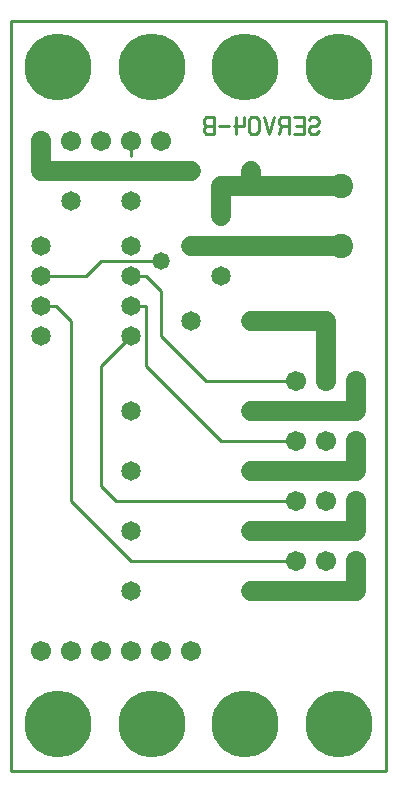
<source format=gbl>
%MOIN*%
%FSLAX25Y25*%
G04 D10 used for Character Trace; *
G04     Circle (OD=.01000) (No hole)*
G04 D11 used for Power Trace; *
G04     Circle (OD=.06700) (No hole)*
G04 D12 used for Signal Trace; *
G04     Circle (OD=.01100) (No hole)*
G04 D13 used for Via; *
G04     Circle (OD=.05800) (Round. Hole ID=.02800)*
G04 D14 used for Component hole; *
G04     Circle (OD=.06500) (Round. Hole ID=.03500)*
G04 D15 used for Component hole; *
G04     Circle (OD=.06700) (Round. Hole ID=.04300)*
G04 D16 used for Component hole; *
G04     Circle (OD=.08100) (Round. Hole ID=.05100)*
G04 D17 used for Component hole; *
G04     Circle (OD=.08900) (Round. Hole ID=.05900)*
G04 D18 used for Component hole; *
G04     Circle (OD=.11300) (Round. Hole ID=.08300)*
G04 D19 used for Component hole; *
G04     Circle (OD=.16000) (Round. Hole ID=.13000)*
G04 D20 used for Component hole; *
G04     Circle (OD=.18300) (Round. Hole ID=.15300)*
G04 D21 used for Component hole; *
G04     Circle (OD=.22291) (Round. Hole ID=.19291)*
%ADD10C,.01000*%
%ADD11C,.06700*%
%ADD12C,.01100*%
%ADD13C,.05800*%
%ADD14C,.06500*%
%ADD15C,.06700*%
%ADD16C,.08100*%
%ADD17C,.08900*%
%ADD18C,.11300*%
%ADD19C,.16000*%
%ADD20C,.18300*%
%ADD21C,.22291*%
%IPPOS*%
%LPD*%
G90*X0Y0D02*D21*X15625Y15625D03*D15*              
X40000Y40000D03*X30000D03*X20000D03*X10000D03*D21*
X46875Y15625D03*D15*X50000Y40000D03*D14*          
X40000Y60000D03*D15*X60000Y40000D03*D12*          
X40000Y70000D02*X95000D01*D15*D03*X105000D03*D14* 
X80000Y80000D03*D11*X115000D01*Y90000D01*D15*D03* 
D11*X80000Y100000D02*X115000D01*D14*X80000D03*D12*
X70000Y110000D02*X95000D01*D15*D03*X105000D03*D14*
X80000Y120000D03*D11*X115000D01*Y130000D01*D15*   
D03*X105000D03*D11*Y150000D01*X80000D01*D14*D03*  
X70000Y165000D03*D12*X65000Y130000D02*X95000D01*  
D15*D03*X115000Y110000D03*D11*Y100000D01*D15*     
X105000Y90000D03*X95000D03*D12*X35000D01*         
X30000Y95000D01*Y135000D01*X40000Y145000D01*D14*  
D03*D12*X45000Y135000D02*Y155000D01*              
X70000Y110000D02*X45000Y135000D01*                
X65000Y130000D02*X50000Y145000D01*Y160000D01*     
X45000Y165000D01*X40000D01*D14*D03*D12*X25000D02* 
X30000Y170000D01*X10000Y165000D02*X25000D01*D14*  
X10000D03*Y175000D03*Y155000D03*D12*X15000D01*    
X20000Y150000D01*Y90000D01*X40000Y70000D01*D14*   
Y80000D03*Y100000D03*X80000Y60000D03*D11*         
X115000D01*Y70000D01*D15*D03*D21*X78125Y15625D03* 
X109375D03*D12*X0Y0D02*X125000D01*X0D02*          
Y250000D01*X125000D01*Y0D01*D14*X40000Y120000D03* 
X10000Y145000D03*X60000Y150000D03*D12*            
X40000Y155000D02*X45000D01*D14*X40000D03*D13*     
X50000Y170000D03*D12*X30000D01*D14*               
X40000Y175000D03*Y190000D03*X20000D03*            
X60000Y200000D03*D11*X40000D01*D13*D03*D11*       
X10000D01*Y210000D01*D15*D03*X20000D03*X30000D03* 
D21*X15625Y234375D03*D12*X40000Y205000D02*        
Y210000D01*D15*D03*X50000D03*D21*X46875Y234375D03*
D10*X99163Y216914D02*X100000Y217871D01*X101674D01*
X102511Y216914D01*Y215957D01*X101674Y215000D01*   
X100000D01*X99163Y214043D01*Y213086D01*           
X100000Y212129D01*X101674D01*X102511Y213086D01*   
X94163Y212129D02*X97511D01*Y217871D01*X94163D01*  
X97511Y215000D02*X95000D01*X92511Y212129D02*      
Y217871D01*X90000D01*X89163Y216914D01*Y215957D01* 
X90000Y215000D01*X92511D01*X90000D02*             
X89163Y212129D01*X87511Y217871D02*                
X85837Y212129D01*X84163Y217871D01*                
X79163Y213086D02*X80000Y212129D01*X81674D01*      
X82511Y213086D01*Y216914D01*X81674Y217871D01*     
X80000D01*X79163Y216914D01*Y213086D01*            
X75000Y217871D02*Y212129D01*X77511Y217871D02*     
Y215000D01*X74163D01*X72511D02*X69163D01*         
X67511Y212129D02*Y217871D01*X65000D01*            
X64163Y216914D01*Y215957D01*X65000Y215000D01*     
X64163Y214043D01*Y213086D01*X65000Y212129D01*     
X67511D01*Y215000D02*X65000D01*D14*               
X70000Y185000D03*D11*Y195000D01*X80000D01*        
X110000D01*D16*D03*Y175000D03*D11*X60000D01*D14*  
D03*D11*X80000Y195000D02*Y200000D01*D14*D03*D21*  
X109375Y234375D03*X78125D03*M02*                  

</source>
